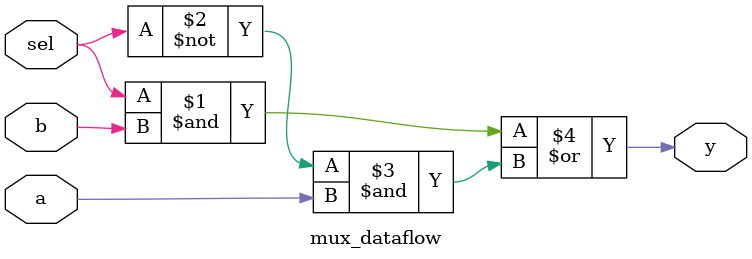
<source format=v>
module mux_dataflow(input a, b, sel,
                    output y);

    assign y = (sel & b) | (~sel & a);
endmodule
</source>
